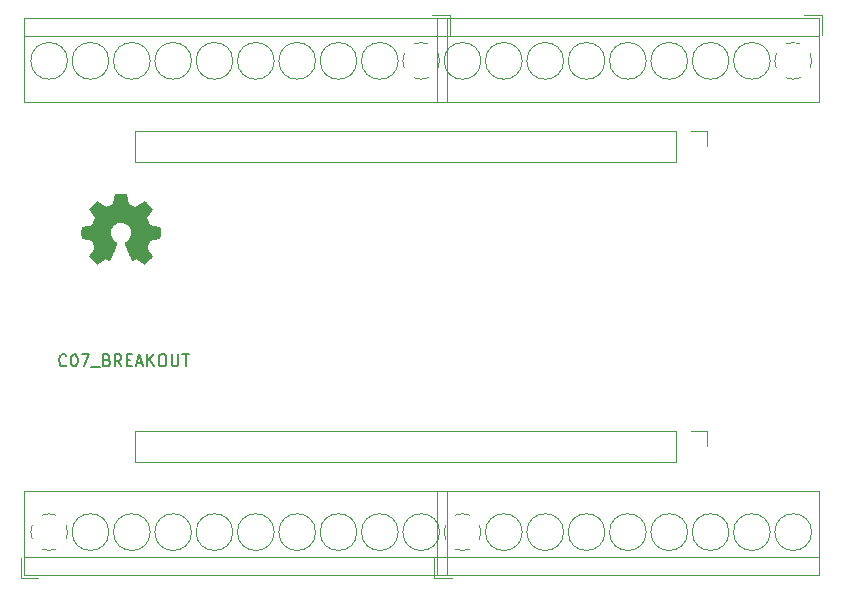
<source format=gbr>
G04 #@! TF.GenerationSoftware,KiCad,Pcbnew,5.1.5-52549c5~86~ubuntu18.04.1*
G04 #@! TF.CreationDate,2020-09-21T15:28:05-05:00*
G04 #@! TF.ProjectId,C07,4330372e-6b69-4636-9164-5f7063625858,rev?*
G04 #@! TF.SameCoordinates,Original*
G04 #@! TF.FileFunction,Legend,Top*
G04 #@! TF.FilePolarity,Positive*
%FSLAX46Y46*%
G04 Gerber Fmt 4.6, Leading zero omitted, Abs format (unit mm)*
G04 Created by KiCad (PCBNEW 5.1.5-52549c5~86~ubuntu18.04.1) date 2020-09-21 15:28:05*
%MOMM*%
%LPD*%
G04 APERTURE LIST*
%ADD10C,0.150000*%
%ADD11C,0.010000*%
%ADD12C,0.120000*%
G04 APERTURE END LIST*
D10*
X24249666Y-49937942D02*
X24202047Y-49985561D01*
X24059190Y-50033180D01*
X23963952Y-50033180D01*
X23821095Y-49985561D01*
X23725857Y-49890323D01*
X23678238Y-49795085D01*
X23630619Y-49604609D01*
X23630619Y-49461752D01*
X23678238Y-49271276D01*
X23725857Y-49176038D01*
X23821095Y-49080800D01*
X23963952Y-49033180D01*
X24059190Y-49033180D01*
X24202047Y-49080800D01*
X24249666Y-49128419D01*
X24868714Y-49033180D02*
X24963952Y-49033180D01*
X25059190Y-49080800D01*
X25106809Y-49128419D01*
X25154428Y-49223657D01*
X25202047Y-49414133D01*
X25202047Y-49652228D01*
X25154428Y-49842704D01*
X25106809Y-49937942D01*
X25059190Y-49985561D01*
X24963952Y-50033180D01*
X24868714Y-50033180D01*
X24773476Y-49985561D01*
X24725857Y-49937942D01*
X24678238Y-49842704D01*
X24630619Y-49652228D01*
X24630619Y-49414133D01*
X24678238Y-49223657D01*
X24725857Y-49128419D01*
X24773476Y-49080800D01*
X24868714Y-49033180D01*
X25535380Y-49033180D02*
X26202047Y-49033180D01*
X25773476Y-50033180D01*
X26344904Y-50128419D02*
X27106809Y-50128419D01*
X27678238Y-49509371D02*
X27821095Y-49556990D01*
X27868714Y-49604609D01*
X27916333Y-49699847D01*
X27916333Y-49842704D01*
X27868714Y-49937942D01*
X27821095Y-49985561D01*
X27725857Y-50033180D01*
X27344904Y-50033180D01*
X27344904Y-49033180D01*
X27678238Y-49033180D01*
X27773476Y-49080800D01*
X27821095Y-49128419D01*
X27868714Y-49223657D01*
X27868714Y-49318895D01*
X27821095Y-49414133D01*
X27773476Y-49461752D01*
X27678238Y-49509371D01*
X27344904Y-49509371D01*
X28916333Y-50033180D02*
X28583000Y-49556990D01*
X28344904Y-50033180D02*
X28344904Y-49033180D01*
X28725857Y-49033180D01*
X28821095Y-49080800D01*
X28868714Y-49128419D01*
X28916333Y-49223657D01*
X28916333Y-49366514D01*
X28868714Y-49461752D01*
X28821095Y-49509371D01*
X28725857Y-49556990D01*
X28344904Y-49556990D01*
X29344904Y-49509371D02*
X29678238Y-49509371D01*
X29821095Y-50033180D02*
X29344904Y-50033180D01*
X29344904Y-49033180D01*
X29821095Y-49033180D01*
X30202047Y-49747466D02*
X30678238Y-49747466D01*
X30106809Y-50033180D02*
X30440142Y-49033180D01*
X30773476Y-50033180D01*
X31106809Y-50033180D02*
X31106809Y-49033180D01*
X31678238Y-50033180D02*
X31249666Y-49461752D01*
X31678238Y-49033180D02*
X31106809Y-49604609D01*
X32297285Y-49033180D02*
X32487761Y-49033180D01*
X32583000Y-49080800D01*
X32678238Y-49176038D01*
X32725857Y-49366514D01*
X32725857Y-49699847D01*
X32678238Y-49890323D01*
X32583000Y-49985561D01*
X32487761Y-50033180D01*
X32297285Y-50033180D01*
X32202047Y-49985561D01*
X32106809Y-49890323D01*
X32059190Y-49699847D01*
X32059190Y-49366514D01*
X32106809Y-49176038D01*
X32202047Y-49080800D01*
X32297285Y-49033180D01*
X33154428Y-49033180D02*
X33154428Y-49842704D01*
X33202047Y-49937942D01*
X33249666Y-49985561D01*
X33344904Y-50033180D01*
X33535380Y-50033180D01*
X33630619Y-49985561D01*
X33678238Y-49937942D01*
X33725857Y-49842704D01*
X33725857Y-49033180D01*
X34059190Y-49033180D02*
X34630619Y-49033180D01*
X34344904Y-50033180D02*
X34344904Y-49033180D01*
D11*
G36*
X29384814Y-35873731D02*
G01*
X29468635Y-36318355D01*
X29777920Y-36445853D01*
X30087206Y-36573351D01*
X30458246Y-36321046D01*
X30562157Y-36250796D01*
X30656087Y-36188072D01*
X30735652Y-36135738D01*
X30796470Y-36096657D01*
X30834157Y-36073693D01*
X30844421Y-36068742D01*
X30862910Y-36081476D01*
X30902420Y-36116682D01*
X30958522Y-36169862D01*
X31026787Y-36236518D01*
X31102786Y-36312154D01*
X31182092Y-36392272D01*
X31260275Y-36472374D01*
X31332907Y-36547964D01*
X31395559Y-36614545D01*
X31443803Y-36667618D01*
X31473210Y-36702687D01*
X31480241Y-36714423D01*
X31470123Y-36736060D01*
X31441759Y-36783462D01*
X31398129Y-36851993D01*
X31342218Y-36937015D01*
X31277006Y-37033893D01*
X31239219Y-37089150D01*
X31170343Y-37190048D01*
X31109140Y-37281099D01*
X31058578Y-37357770D01*
X31021628Y-37415528D01*
X31001258Y-37449843D01*
X30998197Y-37457054D01*
X31005136Y-37477548D01*
X31024051Y-37525313D01*
X31052087Y-37593632D01*
X31086391Y-37675789D01*
X31124109Y-37765070D01*
X31162387Y-37854758D01*
X31198370Y-37938138D01*
X31229206Y-38008494D01*
X31252039Y-38059110D01*
X31264017Y-38083271D01*
X31264724Y-38084222D01*
X31283531Y-38088836D01*
X31333618Y-38099128D01*
X31409793Y-38114087D01*
X31506865Y-38132701D01*
X31619643Y-38153959D01*
X31685442Y-38166218D01*
X31805950Y-38189162D01*
X31914797Y-38210995D01*
X32006476Y-38230522D01*
X32075481Y-38246548D01*
X32116304Y-38257879D01*
X32124511Y-38261474D01*
X32132548Y-38285806D01*
X32139033Y-38340759D01*
X32143970Y-38419908D01*
X32147364Y-38516826D01*
X32149218Y-38625087D01*
X32149538Y-38738265D01*
X32148327Y-38849935D01*
X32145590Y-38953668D01*
X32141331Y-39043041D01*
X32135555Y-39111626D01*
X32128267Y-39152997D01*
X32123895Y-39161610D01*
X32097764Y-39171933D01*
X32042393Y-39186692D01*
X31965107Y-39204152D01*
X31873230Y-39222580D01*
X31841158Y-39228541D01*
X31686524Y-39256866D01*
X31564375Y-39279676D01*
X31470673Y-39297880D01*
X31401384Y-39312383D01*
X31352471Y-39324092D01*
X31319897Y-39333915D01*
X31299628Y-39342756D01*
X31287626Y-39351524D01*
X31285947Y-39353257D01*
X31269184Y-39381171D01*
X31243614Y-39435495D01*
X31211788Y-39509577D01*
X31176260Y-39596765D01*
X31139583Y-39690408D01*
X31104311Y-39783852D01*
X31072996Y-39870447D01*
X31048193Y-39943540D01*
X31032454Y-39996478D01*
X31028332Y-40022611D01*
X31028676Y-40023526D01*
X31042641Y-40044886D01*
X31074322Y-40091884D01*
X31120391Y-40159627D01*
X31177518Y-40243223D01*
X31242373Y-40337782D01*
X31260843Y-40364654D01*
X31326699Y-40462075D01*
X31384650Y-40550963D01*
X31431538Y-40626212D01*
X31464207Y-40682720D01*
X31479500Y-40715381D01*
X31480241Y-40719393D01*
X31467392Y-40740484D01*
X31431888Y-40782264D01*
X31378293Y-40840245D01*
X31311171Y-40909935D01*
X31235087Y-40986845D01*
X31154604Y-41066483D01*
X31074287Y-41144361D01*
X30998699Y-41215986D01*
X30932405Y-41276870D01*
X30879969Y-41322521D01*
X30845955Y-41348450D01*
X30836545Y-41352683D01*
X30814643Y-41342712D01*
X30769800Y-41315820D01*
X30709321Y-41276536D01*
X30662789Y-41244917D01*
X30578475Y-41186898D01*
X30478626Y-41118584D01*
X30378473Y-41050379D01*
X30324627Y-41013875D01*
X30142371Y-40890600D01*
X29989381Y-40973320D01*
X29919682Y-41009559D01*
X29860414Y-41037726D01*
X29820311Y-41053791D01*
X29810103Y-41056026D01*
X29797829Y-41039522D01*
X29773613Y-40992882D01*
X29739263Y-40920409D01*
X29696588Y-40826406D01*
X29647394Y-40715174D01*
X29593490Y-40591015D01*
X29536684Y-40458232D01*
X29478782Y-40321127D01*
X29421593Y-40184002D01*
X29366924Y-40051158D01*
X29316584Y-39926898D01*
X29272380Y-39815525D01*
X29236119Y-39721339D01*
X29209609Y-39648644D01*
X29194658Y-39601741D01*
X29192254Y-39585633D01*
X29211311Y-39565086D01*
X29253036Y-39531733D01*
X29308706Y-39492502D01*
X29313378Y-39489399D01*
X29457264Y-39374223D01*
X29573283Y-39239853D01*
X29660430Y-39090584D01*
X29717699Y-38930713D01*
X29744086Y-38764537D01*
X29738585Y-38596352D01*
X29700190Y-38430455D01*
X29627895Y-38271142D01*
X29606626Y-38236287D01*
X29495996Y-38095537D01*
X29365302Y-37982514D01*
X29219064Y-37897803D01*
X29061808Y-37841994D01*
X28898057Y-37815674D01*
X28732333Y-37819430D01*
X28569162Y-37853850D01*
X28413065Y-37919523D01*
X28268567Y-38017035D01*
X28223869Y-38056613D01*
X28110112Y-38180503D01*
X28027218Y-38310924D01*
X27970356Y-38457115D01*
X27938687Y-38601888D01*
X27930869Y-38764660D01*
X27956938Y-38928240D01*
X28014245Y-39087098D01*
X28100144Y-39235706D01*
X28211986Y-39368535D01*
X28347123Y-39480056D01*
X28364883Y-39491811D01*
X28421150Y-39530308D01*
X28463923Y-39563663D01*
X28484372Y-39584960D01*
X28484669Y-39585633D01*
X28480279Y-39608671D01*
X28462876Y-39660957D01*
X28434268Y-39738190D01*
X28396265Y-39836068D01*
X28350674Y-39950291D01*
X28299303Y-40076558D01*
X28243962Y-40210567D01*
X28186458Y-40348018D01*
X28128601Y-40484608D01*
X28072198Y-40616037D01*
X28019058Y-40738005D01*
X27970990Y-40846209D01*
X27929801Y-40936349D01*
X27897301Y-41004123D01*
X27875297Y-41045230D01*
X27866436Y-41056026D01*
X27839360Y-41047619D01*
X27788697Y-41025072D01*
X27723183Y-40992413D01*
X27687159Y-40973320D01*
X27534168Y-40890600D01*
X27351912Y-41013875D01*
X27258875Y-41077028D01*
X27157015Y-41146527D01*
X27061562Y-41211965D01*
X27013750Y-41244917D01*
X26946505Y-41290073D01*
X26889564Y-41325857D01*
X26850354Y-41347738D01*
X26837619Y-41352363D01*
X26819083Y-41339885D01*
X26778059Y-41305052D01*
X26718525Y-41251478D01*
X26644458Y-41182783D01*
X26559835Y-41102581D01*
X26506315Y-41051086D01*
X26412681Y-40959086D01*
X26331759Y-40876799D01*
X26266823Y-40807745D01*
X26221142Y-40755444D01*
X26197989Y-40723416D01*
X26195768Y-40716916D01*
X26206076Y-40692194D01*
X26234561Y-40642205D01*
X26278063Y-40572012D01*
X26333423Y-40486675D01*
X26397480Y-40391256D01*
X26415697Y-40364654D01*
X26482073Y-40267967D01*
X26541622Y-40180917D01*
X26591016Y-40108395D01*
X26626925Y-40055293D01*
X26646019Y-40026503D01*
X26647864Y-40023526D01*
X26645105Y-40000582D01*
X26630462Y-39950136D01*
X26606487Y-39878841D01*
X26575734Y-39793347D01*
X26540756Y-39700307D01*
X26504107Y-39606374D01*
X26468339Y-39518199D01*
X26436006Y-39442434D01*
X26409662Y-39385731D01*
X26391858Y-39354743D01*
X26390593Y-39353257D01*
X26379706Y-39344401D01*
X26361318Y-39335643D01*
X26331394Y-39326077D01*
X26285897Y-39314796D01*
X26220791Y-39300893D01*
X26132039Y-39283463D01*
X26015607Y-39261598D01*
X25867458Y-39234391D01*
X25835382Y-39228541D01*
X25740314Y-39210174D01*
X25657435Y-39192205D01*
X25594070Y-39176369D01*
X25557542Y-39164400D01*
X25552644Y-39161610D01*
X25544573Y-39136872D01*
X25538013Y-39081590D01*
X25532967Y-39002189D01*
X25529441Y-38905096D01*
X25527439Y-38796738D01*
X25526964Y-38683540D01*
X25528023Y-38571928D01*
X25530618Y-38468329D01*
X25534754Y-38379168D01*
X25540437Y-38310872D01*
X25547669Y-38269866D01*
X25552029Y-38261474D01*
X25576302Y-38253008D01*
X25631574Y-38239235D01*
X25712338Y-38221350D01*
X25813088Y-38200548D01*
X25928317Y-38178023D01*
X25991098Y-38166218D01*
X26110213Y-38143951D01*
X26216435Y-38123779D01*
X26304573Y-38106715D01*
X26369434Y-38093769D01*
X26405826Y-38085955D01*
X26411816Y-38084222D01*
X26421939Y-38064690D01*
X26443338Y-38017643D01*
X26473161Y-37949803D01*
X26508555Y-37867891D01*
X26546668Y-37778628D01*
X26584647Y-37688735D01*
X26619640Y-37604935D01*
X26648794Y-37533947D01*
X26669257Y-37482494D01*
X26678177Y-37457297D01*
X26678343Y-37456196D01*
X26668231Y-37436319D01*
X26639883Y-37390577D01*
X26596277Y-37323517D01*
X26540394Y-37239684D01*
X26475213Y-37143626D01*
X26437321Y-37088450D01*
X26368275Y-36987281D01*
X26306950Y-36895430D01*
X26256337Y-36817544D01*
X26219429Y-36758269D01*
X26199218Y-36722251D01*
X26196299Y-36714177D01*
X26208847Y-36695384D01*
X26243537Y-36655257D01*
X26295937Y-36598293D01*
X26361616Y-36528985D01*
X26436144Y-36451831D01*
X26515087Y-36371325D01*
X26594017Y-36291963D01*
X26668500Y-36218240D01*
X26734106Y-36154652D01*
X26786404Y-36105694D01*
X26820961Y-36075861D01*
X26832522Y-36068742D01*
X26851346Y-36078753D01*
X26896369Y-36106878D01*
X26963213Y-36150254D01*
X27047501Y-36206018D01*
X27144856Y-36271306D01*
X27218293Y-36321046D01*
X27589333Y-36573351D01*
X28207905Y-36318355D01*
X28291725Y-35873731D01*
X28375546Y-35429107D01*
X29300994Y-35429107D01*
X29384814Y-35873731D01*
G37*
X29384814Y-35873731D02*
X29468635Y-36318355D01*
X29777920Y-36445853D01*
X30087206Y-36573351D01*
X30458246Y-36321046D01*
X30562157Y-36250796D01*
X30656087Y-36188072D01*
X30735652Y-36135738D01*
X30796470Y-36096657D01*
X30834157Y-36073693D01*
X30844421Y-36068742D01*
X30862910Y-36081476D01*
X30902420Y-36116682D01*
X30958522Y-36169862D01*
X31026787Y-36236518D01*
X31102786Y-36312154D01*
X31182092Y-36392272D01*
X31260275Y-36472374D01*
X31332907Y-36547964D01*
X31395559Y-36614545D01*
X31443803Y-36667618D01*
X31473210Y-36702687D01*
X31480241Y-36714423D01*
X31470123Y-36736060D01*
X31441759Y-36783462D01*
X31398129Y-36851993D01*
X31342218Y-36937015D01*
X31277006Y-37033893D01*
X31239219Y-37089150D01*
X31170343Y-37190048D01*
X31109140Y-37281099D01*
X31058578Y-37357770D01*
X31021628Y-37415528D01*
X31001258Y-37449843D01*
X30998197Y-37457054D01*
X31005136Y-37477548D01*
X31024051Y-37525313D01*
X31052087Y-37593632D01*
X31086391Y-37675789D01*
X31124109Y-37765070D01*
X31162387Y-37854758D01*
X31198370Y-37938138D01*
X31229206Y-38008494D01*
X31252039Y-38059110D01*
X31264017Y-38083271D01*
X31264724Y-38084222D01*
X31283531Y-38088836D01*
X31333618Y-38099128D01*
X31409793Y-38114087D01*
X31506865Y-38132701D01*
X31619643Y-38153959D01*
X31685442Y-38166218D01*
X31805950Y-38189162D01*
X31914797Y-38210995D01*
X32006476Y-38230522D01*
X32075481Y-38246548D01*
X32116304Y-38257879D01*
X32124511Y-38261474D01*
X32132548Y-38285806D01*
X32139033Y-38340759D01*
X32143970Y-38419908D01*
X32147364Y-38516826D01*
X32149218Y-38625087D01*
X32149538Y-38738265D01*
X32148327Y-38849935D01*
X32145590Y-38953668D01*
X32141331Y-39043041D01*
X32135555Y-39111626D01*
X32128267Y-39152997D01*
X32123895Y-39161610D01*
X32097764Y-39171933D01*
X32042393Y-39186692D01*
X31965107Y-39204152D01*
X31873230Y-39222580D01*
X31841158Y-39228541D01*
X31686524Y-39256866D01*
X31564375Y-39279676D01*
X31470673Y-39297880D01*
X31401384Y-39312383D01*
X31352471Y-39324092D01*
X31319897Y-39333915D01*
X31299628Y-39342756D01*
X31287626Y-39351524D01*
X31285947Y-39353257D01*
X31269184Y-39381171D01*
X31243614Y-39435495D01*
X31211788Y-39509577D01*
X31176260Y-39596765D01*
X31139583Y-39690408D01*
X31104311Y-39783852D01*
X31072996Y-39870447D01*
X31048193Y-39943540D01*
X31032454Y-39996478D01*
X31028332Y-40022611D01*
X31028676Y-40023526D01*
X31042641Y-40044886D01*
X31074322Y-40091884D01*
X31120391Y-40159627D01*
X31177518Y-40243223D01*
X31242373Y-40337782D01*
X31260843Y-40364654D01*
X31326699Y-40462075D01*
X31384650Y-40550963D01*
X31431538Y-40626212D01*
X31464207Y-40682720D01*
X31479500Y-40715381D01*
X31480241Y-40719393D01*
X31467392Y-40740484D01*
X31431888Y-40782264D01*
X31378293Y-40840245D01*
X31311171Y-40909935D01*
X31235087Y-40986845D01*
X31154604Y-41066483D01*
X31074287Y-41144361D01*
X30998699Y-41215986D01*
X30932405Y-41276870D01*
X30879969Y-41322521D01*
X30845955Y-41348450D01*
X30836545Y-41352683D01*
X30814643Y-41342712D01*
X30769800Y-41315820D01*
X30709321Y-41276536D01*
X30662789Y-41244917D01*
X30578475Y-41186898D01*
X30478626Y-41118584D01*
X30378473Y-41050379D01*
X30324627Y-41013875D01*
X30142371Y-40890600D01*
X29989381Y-40973320D01*
X29919682Y-41009559D01*
X29860414Y-41037726D01*
X29820311Y-41053791D01*
X29810103Y-41056026D01*
X29797829Y-41039522D01*
X29773613Y-40992882D01*
X29739263Y-40920409D01*
X29696588Y-40826406D01*
X29647394Y-40715174D01*
X29593490Y-40591015D01*
X29536684Y-40458232D01*
X29478782Y-40321127D01*
X29421593Y-40184002D01*
X29366924Y-40051158D01*
X29316584Y-39926898D01*
X29272380Y-39815525D01*
X29236119Y-39721339D01*
X29209609Y-39648644D01*
X29194658Y-39601741D01*
X29192254Y-39585633D01*
X29211311Y-39565086D01*
X29253036Y-39531733D01*
X29308706Y-39492502D01*
X29313378Y-39489399D01*
X29457264Y-39374223D01*
X29573283Y-39239853D01*
X29660430Y-39090584D01*
X29717699Y-38930713D01*
X29744086Y-38764537D01*
X29738585Y-38596352D01*
X29700190Y-38430455D01*
X29627895Y-38271142D01*
X29606626Y-38236287D01*
X29495996Y-38095537D01*
X29365302Y-37982514D01*
X29219064Y-37897803D01*
X29061808Y-37841994D01*
X28898057Y-37815674D01*
X28732333Y-37819430D01*
X28569162Y-37853850D01*
X28413065Y-37919523D01*
X28268567Y-38017035D01*
X28223869Y-38056613D01*
X28110112Y-38180503D01*
X28027218Y-38310924D01*
X27970356Y-38457115D01*
X27938687Y-38601888D01*
X27930869Y-38764660D01*
X27956938Y-38928240D01*
X28014245Y-39087098D01*
X28100144Y-39235706D01*
X28211986Y-39368535D01*
X28347123Y-39480056D01*
X28364883Y-39491811D01*
X28421150Y-39530308D01*
X28463923Y-39563663D01*
X28484372Y-39584960D01*
X28484669Y-39585633D01*
X28480279Y-39608671D01*
X28462876Y-39660957D01*
X28434268Y-39738190D01*
X28396265Y-39836068D01*
X28350674Y-39950291D01*
X28299303Y-40076558D01*
X28243962Y-40210567D01*
X28186458Y-40348018D01*
X28128601Y-40484608D01*
X28072198Y-40616037D01*
X28019058Y-40738005D01*
X27970990Y-40846209D01*
X27929801Y-40936349D01*
X27897301Y-41004123D01*
X27875297Y-41045230D01*
X27866436Y-41056026D01*
X27839360Y-41047619D01*
X27788697Y-41025072D01*
X27723183Y-40992413D01*
X27687159Y-40973320D01*
X27534168Y-40890600D01*
X27351912Y-41013875D01*
X27258875Y-41077028D01*
X27157015Y-41146527D01*
X27061562Y-41211965D01*
X27013750Y-41244917D01*
X26946505Y-41290073D01*
X26889564Y-41325857D01*
X26850354Y-41347738D01*
X26837619Y-41352363D01*
X26819083Y-41339885D01*
X26778059Y-41305052D01*
X26718525Y-41251478D01*
X26644458Y-41182783D01*
X26559835Y-41102581D01*
X26506315Y-41051086D01*
X26412681Y-40959086D01*
X26331759Y-40876799D01*
X26266823Y-40807745D01*
X26221142Y-40755444D01*
X26197989Y-40723416D01*
X26195768Y-40716916D01*
X26206076Y-40692194D01*
X26234561Y-40642205D01*
X26278063Y-40572012D01*
X26333423Y-40486675D01*
X26397480Y-40391256D01*
X26415697Y-40364654D01*
X26482073Y-40267967D01*
X26541622Y-40180917D01*
X26591016Y-40108395D01*
X26626925Y-40055293D01*
X26646019Y-40026503D01*
X26647864Y-40023526D01*
X26645105Y-40000582D01*
X26630462Y-39950136D01*
X26606487Y-39878841D01*
X26575734Y-39793347D01*
X26540756Y-39700307D01*
X26504107Y-39606374D01*
X26468339Y-39518199D01*
X26436006Y-39442434D01*
X26409662Y-39385731D01*
X26391858Y-39354743D01*
X26390593Y-39353257D01*
X26379706Y-39344401D01*
X26361318Y-39335643D01*
X26331394Y-39326077D01*
X26285897Y-39314796D01*
X26220791Y-39300893D01*
X26132039Y-39283463D01*
X26015607Y-39261598D01*
X25867458Y-39234391D01*
X25835382Y-39228541D01*
X25740314Y-39210174D01*
X25657435Y-39192205D01*
X25594070Y-39176369D01*
X25557542Y-39164400D01*
X25552644Y-39161610D01*
X25544573Y-39136872D01*
X25538013Y-39081590D01*
X25532967Y-39002189D01*
X25529441Y-38905096D01*
X25527439Y-38796738D01*
X25526964Y-38683540D01*
X25528023Y-38571928D01*
X25530618Y-38468329D01*
X25534754Y-38379168D01*
X25540437Y-38310872D01*
X25547669Y-38269866D01*
X25552029Y-38261474D01*
X25576302Y-38253008D01*
X25631574Y-38239235D01*
X25712338Y-38221350D01*
X25813088Y-38200548D01*
X25928317Y-38178023D01*
X25991098Y-38166218D01*
X26110213Y-38143951D01*
X26216435Y-38123779D01*
X26304573Y-38106715D01*
X26369434Y-38093769D01*
X26405826Y-38085955D01*
X26411816Y-38084222D01*
X26421939Y-38064690D01*
X26443338Y-38017643D01*
X26473161Y-37949803D01*
X26508555Y-37867891D01*
X26546668Y-37778628D01*
X26584647Y-37688735D01*
X26619640Y-37604935D01*
X26648794Y-37533947D01*
X26669257Y-37482494D01*
X26678177Y-37457297D01*
X26678343Y-37456196D01*
X26668231Y-37436319D01*
X26639883Y-37390577D01*
X26596277Y-37323517D01*
X26540394Y-37239684D01*
X26475213Y-37143626D01*
X26437321Y-37088450D01*
X26368275Y-36987281D01*
X26306950Y-36895430D01*
X26256337Y-36817544D01*
X26219429Y-36758269D01*
X26199218Y-36722251D01*
X26196299Y-36714177D01*
X26208847Y-36695384D01*
X26243537Y-36655257D01*
X26295937Y-36598293D01*
X26361616Y-36528985D01*
X26436144Y-36451831D01*
X26515087Y-36371325D01*
X26594017Y-36291963D01*
X26668500Y-36218240D01*
X26734106Y-36154652D01*
X26786404Y-36105694D01*
X26820961Y-36075861D01*
X26832522Y-36068742D01*
X26851346Y-36078753D01*
X26896369Y-36106878D01*
X26963213Y-36150254D01*
X27047501Y-36206018D01*
X27144856Y-36271306D01*
X27218293Y-36321046D01*
X27589333Y-36573351D01*
X28207905Y-36318355D01*
X28291725Y-35873731D01*
X28375546Y-35429107D01*
X29300994Y-35429107D01*
X29384814Y-35873731D01*
D12*
X78480000Y-55500000D02*
X78480000Y-56830000D01*
X77150000Y-55500000D02*
X78480000Y-55500000D01*
X75880000Y-55500000D02*
X75880000Y-58160000D01*
X75880000Y-58160000D02*
X30100000Y-58160000D01*
X75880000Y-55500000D02*
X30100000Y-55500000D01*
X30100000Y-55500000D02*
X30100000Y-58160000D01*
X78480000Y-30100000D02*
X78480000Y-31430000D01*
X77150000Y-30100000D02*
X78480000Y-30100000D01*
X75880000Y-30100000D02*
X75880000Y-32760000D01*
X75880000Y-32760000D02*
X30100000Y-32760000D01*
X75880000Y-30100000D02*
X30100000Y-30100000D01*
X30100000Y-30100000D02*
X30100000Y-32760000D01*
X55390000Y-67979200D02*
X56890000Y-67979200D01*
X55390000Y-66239200D02*
X55390000Y-67979200D01*
X87950000Y-60619200D02*
X87950000Y-67739200D01*
X55630000Y-60619200D02*
X55630000Y-67739200D01*
X55630000Y-67739200D02*
X87950000Y-67739200D01*
X55630000Y-60619200D02*
X87950000Y-60619200D01*
X55630000Y-66179200D02*
X87950000Y-66179200D01*
X87345000Y-64079200D02*
G75*
G03X87345000Y-64079200I-1555000J0D01*
G01*
X83845000Y-64079200D02*
G75*
G03X83845000Y-64079200I-1555000J0D01*
G01*
X80345000Y-64079200D02*
G75*
G03X80345000Y-64079200I-1555000J0D01*
G01*
X76845000Y-64079200D02*
G75*
G03X76845000Y-64079200I-1555000J0D01*
G01*
X73345000Y-64079200D02*
G75*
G03X73345000Y-64079200I-1555000J0D01*
G01*
X69845000Y-64079200D02*
G75*
G03X69845000Y-64079200I-1555000J0D01*
G01*
X66345000Y-64079200D02*
G75*
G03X66345000Y-64079200I-1555000J0D01*
G01*
X62845000Y-64079200D02*
G75*
G03X62845000Y-64079200I-1555000J0D01*
G01*
X57817011Y-65634692D02*
G75*
G02X57182000Y-65511200I-27011J1555492D01*
G01*
X56357891Y-64686942D02*
G75*
G02X56358000Y-63471200I1432109J607742D01*
G01*
X57182258Y-62647091D02*
G75*
G02X58398000Y-62647200I607742J-1432109D01*
G01*
X59222109Y-63471458D02*
G75*
G02X59222000Y-64687200I-1432109J-607742D01*
G01*
X58397587Y-65510585D02*
G75*
G02X57790000Y-65634200I-607587J1431385D01*
G01*
X20390000Y-67979200D02*
X21890000Y-67979200D01*
X20390000Y-66239200D02*
X20390000Y-67979200D01*
X56450000Y-60619200D02*
X56450000Y-67739200D01*
X20630000Y-60619200D02*
X20630000Y-67739200D01*
X20630000Y-67739200D02*
X56450000Y-67739200D01*
X20630000Y-60619200D02*
X56450000Y-60619200D01*
X20630000Y-66179200D02*
X56450000Y-66179200D01*
X55845000Y-64079200D02*
G75*
G03X55845000Y-64079200I-1555000J0D01*
G01*
X52345000Y-64079200D02*
G75*
G03X52345000Y-64079200I-1555000J0D01*
G01*
X48845000Y-64079200D02*
G75*
G03X48845000Y-64079200I-1555000J0D01*
G01*
X45345000Y-64079200D02*
G75*
G03X45345000Y-64079200I-1555000J0D01*
G01*
X41845000Y-64079200D02*
G75*
G03X41845000Y-64079200I-1555000J0D01*
G01*
X38345000Y-64079200D02*
G75*
G03X38345000Y-64079200I-1555000J0D01*
G01*
X34845000Y-64079200D02*
G75*
G03X34845000Y-64079200I-1555000J0D01*
G01*
X31345000Y-64079200D02*
G75*
G03X31345000Y-64079200I-1555000J0D01*
G01*
X27845000Y-64079200D02*
G75*
G03X27845000Y-64079200I-1555000J0D01*
G01*
X22817011Y-65634692D02*
G75*
G02X22182000Y-65511200I-27011J1555492D01*
G01*
X21357891Y-64686942D02*
G75*
G02X21358000Y-63471200I1432109J607742D01*
G01*
X22182258Y-62647091D02*
G75*
G02X23398000Y-62647200I607742J-1432109D01*
G01*
X24222109Y-63471458D02*
G75*
G02X24222000Y-64687200I-1432109J-607742D01*
G01*
X23397587Y-65510585D02*
G75*
G02X22790000Y-65634200I-607587J1431385D01*
G01*
X88190000Y-20280800D02*
X86690000Y-20280800D01*
X88190000Y-22020800D02*
X88190000Y-20280800D01*
X55630000Y-27640800D02*
X55630000Y-20520800D01*
X87950000Y-27640800D02*
X87950000Y-20520800D01*
X87950000Y-20520800D02*
X55630000Y-20520800D01*
X87950000Y-27640800D02*
X55630000Y-27640800D01*
X87950000Y-22080800D02*
X55630000Y-22080800D01*
X59345000Y-24180800D02*
G75*
G03X59345000Y-24180800I-1555000J0D01*
G01*
X62845000Y-24180800D02*
G75*
G03X62845000Y-24180800I-1555000J0D01*
G01*
X66345000Y-24180800D02*
G75*
G03X66345000Y-24180800I-1555000J0D01*
G01*
X69845000Y-24180800D02*
G75*
G03X69845000Y-24180800I-1555000J0D01*
G01*
X73345000Y-24180800D02*
G75*
G03X73345000Y-24180800I-1555000J0D01*
G01*
X76845000Y-24180800D02*
G75*
G03X76845000Y-24180800I-1555000J0D01*
G01*
X80345000Y-24180800D02*
G75*
G03X80345000Y-24180800I-1555000J0D01*
G01*
X83845000Y-24180800D02*
G75*
G03X83845000Y-24180800I-1555000J0D01*
G01*
X85762989Y-22625308D02*
G75*
G02X86398000Y-22748800I27011J-1555492D01*
G01*
X87222109Y-23573058D02*
G75*
G02X87222000Y-24788800I-1432109J-607742D01*
G01*
X86397742Y-25612909D02*
G75*
G02X85182000Y-25612800I-607742J1432109D01*
G01*
X84357891Y-24788542D02*
G75*
G02X84358000Y-23572800I1432109J607742D01*
G01*
X85182413Y-22749415D02*
G75*
G02X85790000Y-22625800I607587J-1431385D01*
G01*
X56690000Y-20280800D02*
X55190000Y-20280800D01*
X56690000Y-22020800D02*
X56690000Y-20280800D01*
X20630000Y-27640800D02*
X20630000Y-20520800D01*
X56450000Y-27640800D02*
X56450000Y-20520800D01*
X56450000Y-20520800D02*
X20630000Y-20520800D01*
X56450000Y-27640800D02*
X20630000Y-27640800D01*
X56450000Y-22080800D02*
X20630000Y-22080800D01*
X24345000Y-24180800D02*
G75*
G03X24345000Y-24180800I-1555000J0D01*
G01*
X27845000Y-24180800D02*
G75*
G03X27845000Y-24180800I-1555000J0D01*
G01*
X31345000Y-24180800D02*
G75*
G03X31345000Y-24180800I-1555000J0D01*
G01*
X34845000Y-24180800D02*
G75*
G03X34845000Y-24180800I-1555000J0D01*
G01*
X38345000Y-24180800D02*
G75*
G03X38345000Y-24180800I-1555000J0D01*
G01*
X41845000Y-24180800D02*
G75*
G03X41845000Y-24180800I-1555000J0D01*
G01*
X45345000Y-24180800D02*
G75*
G03X45345000Y-24180800I-1555000J0D01*
G01*
X48845000Y-24180800D02*
G75*
G03X48845000Y-24180800I-1555000J0D01*
G01*
X52345000Y-24180800D02*
G75*
G03X52345000Y-24180800I-1555000J0D01*
G01*
X54262989Y-22625308D02*
G75*
G02X54898000Y-22748800I27011J-1555492D01*
G01*
X55722109Y-23573058D02*
G75*
G02X55722000Y-24788800I-1432109J-607742D01*
G01*
X54897742Y-25612909D02*
G75*
G02X53682000Y-25612800I-607742J1432109D01*
G01*
X52857891Y-24788542D02*
G75*
G02X52858000Y-23572800I1432109J607742D01*
G01*
X53682413Y-22749415D02*
G75*
G02X54290000Y-22625800I607587J-1431385D01*
G01*
M02*

</source>
